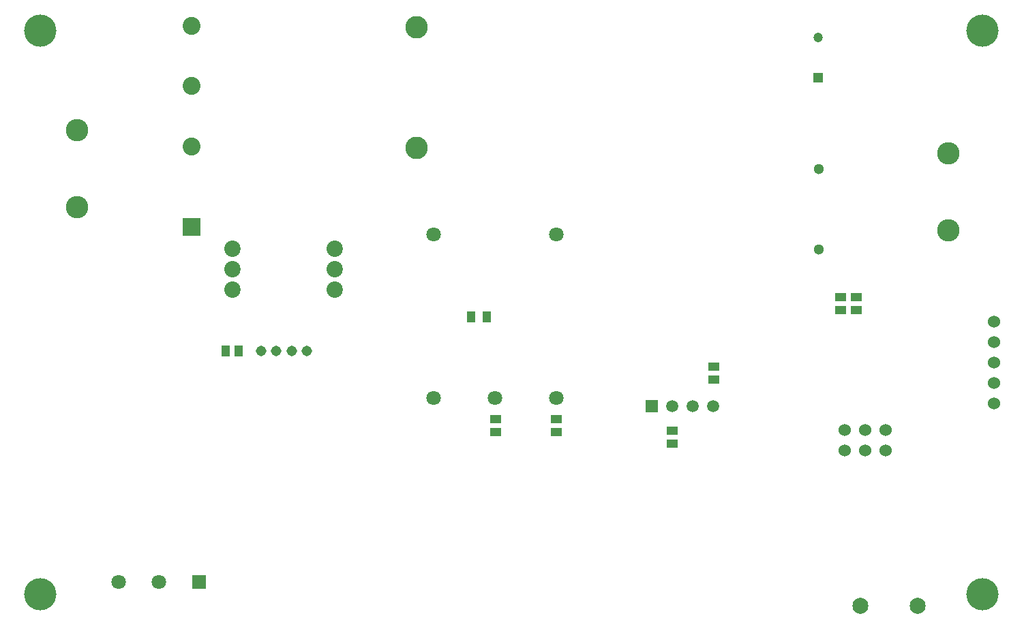
<source format=gbr>
%TF.GenerationSoftware,Altium Limited,Altium Designer,23.6.0 (18)*%
G04 Layer_Color=255*
%FSLAX45Y45*%
%MOMM*%
%TF.SameCoordinates,1BF17B70-E076-4422-95A1-EF062E3CA17A*%
%TF.FilePolarity,Positive*%
%TF.FileFunction,Pads,Bot*%
%TF.Part,Single*%
G01*
G75*
%TA.AperFunction,SMDPad,CuDef*%
%ADD12R,1.02000X1.47000*%
%ADD14R,1.47000X1.02000*%
%ADD16R,1.00000X1.45000*%
%TA.AperFunction,ViaPad*%
%ADD43C,4.00000*%
%TA.AperFunction,ComponentPad*%
%ADD44R,1.80000X1.80000*%
%ADD45C,1.80000*%
%ADD46C,1.20000*%
%ADD47R,1.20000X1.20000*%
%ADD48C,1.99500*%
%ADD49C,1.31000*%
%ADD50C,2.03000*%
%ADD51C,1.52400*%
%ADD52C,2.78100*%
%ADD53C,1.30000*%
%ADD54R,2.22000X2.22000*%
%ADD55C,2.22000*%
%ADD56C,2.80000*%
%ADD57C,1.50000*%
%ADD58R,1.50000X1.50000*%
D12*
X2699000Y3422500D02*
D03*
X2861000D02*
D03*
D14*
X10527500Y4091000D02*
D03*
Y3929000D02*
D03*
X10337500Y4091000D02*
D03*
Y3929000D02*
D03*
X8757500Y3227000D02*
D03*
Y3065000D02*
D03*
X8247500Y2270500D02*
D03*
Y2432500D02*
D03*
X6810000Y2419000D02*
D03*
Y2581000D02*
D03*
X6050000Y2419000D02*
D03*
Y2581000D02*
D03*
D16*
X5940000Y3847500D02*
D03*
X5750000D02*
D03*
D43*
X12100000Y400000D02*
D03*
X400000D02*
D03*
Y7400000D02*
D03*
X12100000D02*
D03*
D44*
X2370000Y550000D02*
D03*
D45*
X1870000D02*
D03*
X1370000D02*
D03*
X5285500Y2836500D02*
D03*
X6047500D02*
D03*
X6809500D02*
D03*
X5285500Y4868500D02*
D03*
X6809500D02*
D03*
D46*
X10060000Y7317500D02*
D03*
D47*
Y6817500D02*
D03*
D48*
X11295000Y255000D02*
D03*
X10580000D02*
D03*
D49*
X3136750Y3424000D02*
D03*
X3327250D02*
D03*
X3517750D02*
D03*
X3708250D02*
D03*
D50*
X4057500Y4186000D02*
D03*
Y4440000D02*
D03*
Y4694000D02*
D03*
X2787500D02*
D03*
Y4440000D02*
D03*
Y4186000D02*
D03*
D51*
X10894000Y2188500D02*
D03*
X10386000D02*
D03*
X10640000D02*
D03*
X10386000Y2442500D02*
D03*
X10640000D02*
D03*
X10894000D02*
D03*
X12240000Y2769000D02*
D03*
Y3023000D02*
D03*
Y3277000D02*
D03*
Y3531000D02*
D03*
Y3785000D02*
D03*
D52*
X11675000Y4925000D02*
D03*
Y5877500D02*
D03*
X850000Y5210000D02*
D03*
Y6162500D02*
D03*
D53*
X10062500Y5682500D02*
D03*
Y4682500D02*
D03*
D54*
X2272500Y4965000D02*
D03*
D55*
Y5965000D02*
D03*
Y6715000D02*
D03*
Y7465000D02*
D03*
D56*
X5070000Y5947500D02*
D03*
Y7447500D02*
D03*
D57*
X8756500Y2740000D02*
D03*
X8502500D02*
D03*
X8248500D02*
D03*
D58*
X7994500D02*
D03*
%TF.MD5,d90f09248c771c25bebfb56850bb5b70*%
M02*

</source>
